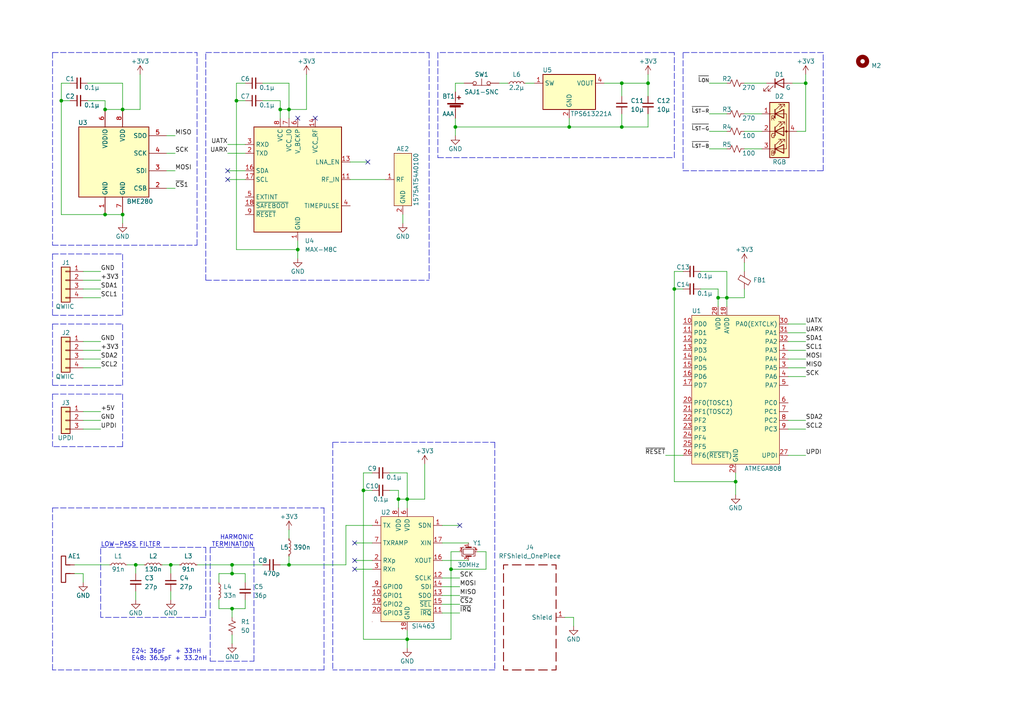
<source format=kicad_sch>
(kicad_sch (version 20211123) (generator eeschema)
  (paper "A4")
  (lib_symbols
    (symbol "+3V3_1" (power) (pin_names (offset 0))
      (property "Value" "+3V3_1" (at 0 3.556 0))
      (symbol "+3V3_1_0_1"
        (polyline (pts (xy -0.762 1.27) (xy 0 2.54)))
        (polyline (pts (xy 0 0) (xy 0 2.54)))
        (polyline (pts (xy 0 2.54) (xy 0.762 1.27)))
      )
      (symbol "+3V3_1_1_1"
        (pin power_in line (at 0 0 90) (length 0) hide (name "+3V3") (number "1"))
      )
    )
    (symbol "+3V3_2" (power) (pin_names (offset 0))
      (property "Value" "+3V3_2" (at 0 3.556 0))
      (symbol "+3V3_2_0_1"
        (polyline (pts (xy -0.762 1.27) (xy 0 2.54)))
        (polyline (pts (xy 0 0) (xy 0 2.54)))
        (polyline (pts (xy 0 2.54) (xy 0.762 1.27)))
      )
      (symbol "+3V3_2_1_1"
        (pin power_in line (at 0 0 90) (length 0) hide (name "+3V3") (number "1"))
      )
    )
    (symbol "+3V3_3" (power) (pin_names (offset 0))
      (property "Value" "+3V3_3" (at 0 3.556 0))
      (symbol "+3V3_3_0_1"
        (polyline (pts (xy -0.762 1.27) (xy 0 2.54)))
        (polyline (pts (xy 0 0) (xy 0 2.54)))
        (polyline (pts (xy 0 2.54) (xy 0.762 1.27)))
      )
      (symbol "+3V3_3_1_1"
        (pin power_in line (at 0 0 90) (length 0) hide (name "+3V3") (number "1"))
      )
    )
    (symbol "1575AT54:1575AT54A0100"
      (property "Reference" "AE1" (at 0 8.89 0))
      (property "Value" "1575AT54A0100" (at -3.81 0 90))
      (symbol "1575AT54A0100_0_1"
        (rectangle (start -2.54 7.62) (end 2.54 -7.62) (fill (type background)))
      )
      (symbol "1575AT54A0100_1_1"
        (pin output line (at -5.08 0 0) (length 2.54) (name "RF") (number "1"))
        (pin power_in line (at 0 -10.16 90) (length 2.54) (name "GND") (number "2"))
        (pin power_in line (at 0 -10.16 90) (length 2.54) hide (name "GND") (number "4"))
      )
    )
    (symbol "ATmega808:ATMEGA808"
      (property "Reference" "U" (at -11.43 26.67 0))
      (property "Value" "ATMEGA808" (at 7.62 -19.05 0))
      (symbol "ATMEGA808_0_1"
        (rectangle (start -12.7 25.4) (end 12.7 -17.78) (fill (type background)))
      )
      (symbol "ATMEGA808_1_1"
        (pin bidirectional line (at 15.24 15.24 180) (length 2.54) (name "PA3") (number "1"))
        (pin bidirectional line (at -15.24 22.86 0) (length 2.54) (name "PD0") (number "10"))
        (pin bidirectional line (at -15.24 20.32 0) (length 2.54) (name "PD1") (number "11"))
        (pin bidirectional line (at -15.24 17.78 0) (length 2.54) (name "PD2") (number "12"))
        (pin bidirectional line (at -15.24 15.24 0) (length 2.54) (name "PD3") (number "13"))
        (pin bidirectional line (at -15.24 12.7 0) (length 2.54) (name "PD4") (number "14"))
        (pin bidirectional line (at -15.24 10.16 0) (length 2.54) (name "PD5") (number "15"))
        (pin bidirectional line (at -15.24 7.62 0) (length 2.54) (name "PD6") (number "16"))
        (pin bidirectional line (at -15.24 5.08 0) (length 2.54) (name "PD7") (number "17"))
        (pin power_in line (at -2.54 27.94 270) (length 2.54) (name "AVDD") (number "18"))
        (pin power_in line (at 0 -20.32 90) (length 2.54) hide (name "GND") (number "19"))
        (pin bidirectional line (at 15.24 12.7 180) (length 2.54) (name "PA4") (number "2"))
        (pin bidirectional line (at -15.24 0 0) (length 2.54) (name "PF0(TOSC1)") (number "20"))
        (pin bidirectional line (at -15.24 -2.54 0) (length 2.54) (name "PF1(TOSC2)") (number "21"))
        (pin bidirectional line (at -15.24 -5.08 0) (length 2.54) (name "PF2") (number "22"))
        (pin bidirectional line (at -15.24 -7.62 0) (length 2.54) (name "PF3") (number "23"))
        (pin bidirectional line (at -15.24 -10.16 0) (length 2.54) (name "PF4") (number "24"))
        (pin bidirectional line (at -15.24 -12.7 0) (length 2.54) (name "PF5") (number "25"))
        (pin bidirectional line (at -15.24 -15.24 0) (length 2.54) (name "PF6(~{RESET})") (number "26"))
        (pin bidirectional line (at 15.24 -15.24 180) (length 2.54) (name "UPDI") (number "27"))
        (pin power_in line (at -5.08 27.94 270) (length 2.54) (name "VDD") (number "28"))
        (pin power_in line (at 0 -20.32 90) (length 2.54) (name "GND") (number "29"))
        (pin bidirectional line (at 15.24 10.16 180) (length 2.54) (name "PA5") (number "3"))
        (pin bidirectional line (at 15.24 22.86 180) (length 2.54) (name "PA0(EXTCLK)") (number "30"))
        (pin bidirectional line (at 15.24 20.32 180) (length 2.54) (name "PA1") (number "31"))
        (pin bidirectional line (at 15.24 17.78 180) (length 2.54) (name "PA2") (number "32"))
        (pin bidirectional line (at 15.24 7.62 180) (length 2.54) (name "PA6") (number "4"))
        (pin bidirectional line (at 15.24 5.08 180) (length 2.54) (name "PA7") (number "5"))
        (pin bidirectional line (at 15.24 0 180) (length 2.54) (name "PC0") (number "6"))
        (pin bidirectional line (at 15.24 -2.54 180) (length 2.54) (name "PC1") (number "7"))
        (pin bidirectional line (at 15.24 -5.08 180) (length 2.54) (name "PC2") (number "8"))
        (pin bidirectional line (at 15.24 -7.62 180) (length 2.54) (name "PC3") (number "9"))
      )
    )
    (symbol "Connector_Generic:Conn_01x03" (pin_names (offset 1.016) hide)
      (property "Reference" "J" (at 0 5.08 0))
      (property "Value" "Conn_01x03" (at 0 -5.08 0))
      (symbol "Conn_01x03_1_1"
        (rectangle (start -1.27 -2.413) (end 0 -2.667) (stroke (width 0.1524)))
        (rectangle (start -1.27 0.127) (end 0 -0.127) (stroke (width 0.1524)))
        (rectangle (start -1.27 2.667) (end 0 2.413) (stroke (width 0.1524)))
        (rectangle (start -1.27 3.81) (end 1.27 -3.81) (stroke (width 0.254)) (fill (type background)))
        (pin passive line (at -5.08 2.54 0) (length 3.81) (name "Pin_1") (number "1"))
        (pin passive line (at -5.08 0 0) (length 3.81) (name "Pin_2") (number "2"))
        (pin passive line (at -5.08 -2.54 0) (length 3.81) (name "Pin_3") (number "3"))
      )
    )
    (symbol "Connector_Generic:Conn_01x04" (pin_names (offset 1.016) hide)
      (property "Reference" "J" (at 0 5.08 0))
      (property "Value" "Conn_01x04" (at 0 -7.62 0))
      (symbol "Conn_01x04_1_1"
        (rectangle (start -1.27 -4.953) (end 0 -5.207) (stroke (width 0.1524)))
        (rectangle (start -1.27 -2.413) (end 0 -2.667) (stroke (width 0.1524)))
        (rectangle (start -1.27 0.127) (end 0 -0.127) (stroke (width 0.1524)))
        (rectangle (start -1.27 2.667) (end 0 2.413) (stroke (width 0.1524)))
        (rectangle (start -1.27 3.81) (end 1.27 -6.35) (stroke (width 0.254)) (fill (type background)))
        (pin passive line (at -5.08 2.54 0) (length 3.81) (name "Pin_1") (number "1"))
        (pin passive line (at -5.08 0 0) (length 3.81) (name "Pin_2") (number "2"))
        (pin passive line (at -5.08 -2.54 0) (length 3.81) (name "Pin_3") (number "3"))
        (pin passive line (at -5.08 -5.08 0) (length 3.81) (name "Pin_4") (number "4"))
      )
    )
    (symbol "Device:Antenna_Dipole" (pin_numbers hide) (pin_names (offset 1.016) hide)
      (property "Reference" "AE" (at 1.27 1.27 0))
      (property "Value" "Antenna_Dipole" (at 1.27 0 0))
      (symbol "Antenna_Dipole_0_1"
        (polyline (pts (xy 2.54 -3.81) (xy 2.54 -2.54) (xy 5.08 -2.54) (xy 5.08 -1.27) (xy -2.54 -1.27) (xy -2.54 -2.54) (xy 0 -2.54) (xy 0 -3.81)) (stroke (width 0.254)))
      )
      (symbol "Antenna_Dipole_1_1"
        (pin input line (at 0 -5.08 90) (length 2.54) (name "~") (number "1"))
        (pin input line (at 2.54 -5.08 90) (length 2.54) (name "~") (number "2"))
      )
    )
    (symbol "Device:Battery_Cell" (pin_numbers hide) (pin_names (offset 0) hide)
      (property "Reference" "BT" (at 2.54 2.54 0))
      (property "Value" "Battery_Cell" (at 2.54 0 0))
      (symbol "Battery_Cell_0_1"
        (rectangle (start -2.286 1.778) (end 2.286 1.524) (fill (type outline)))
        (rectangle (start -1.5748 1.1938) (end 1.4732 0.6858) (fill (type outline)))
        (polyline (pts (xy 0 0.762) (xy 0 0)))
        (polyline (pts (xy 0 1.778) (xy 0 2.54)))
        (polyline (pts (xy 0.508 3.429) (xy 1.524 3.429)) (stroke (width 0.254)))
        (polyline (pts (xy 1.016 3.937) (xy 1.016 2.921)) (stroke (width 0.254)))
      )
      (symbol "Battery_Cell_1_1"
        (pin passive line (at 0 5.08 270) (length 2.54) (name "+") (number "1"))
        (pin passive line (at 0 -2.54 90) (length 2.54) (name "-") (number "2"))
      )
    )
    (symbol "Device:C_Small" (pin_numbers hide) (pin_names (offset 0.254) hide)
      (property "Reference" "C" (at 0.254 1.778 0))
      (property "Value" "C_Small" (at 0.254 -2.032 0))
      (symbol "C_Small_0_1"
        (polyline (pts (xy -1.524 -0.508) (xy 1.524 -0.508)) (stroke (width 0.3302)))
        (polyline (pts (xy -1.524 0.508) (xy 1.524 0.508)) (stroke (width 0.3048)))
      )
      (symbol "C_Small_1_1"
        (pin passive line (at 0 2.54 270) (length 2.032) (name "~") (number "1"))
        (pin passive line (at 0 -2.54 90) (length 2.032) (name "~") (number "2"))
      )
    )
    (symbol "Device:Crystal_GND24_Small" (pin_names (offset 1.016) hide)
      (property "Reference" "Y" (at 1.27 4.445 0))
      (property "Value" "Crystal_GND24_Small" (at 1.27 2.54 0))
      (symbol "Crystal_GND24_Small_0_1"
        (rectangle (start -0.762 -1.524) (end 0.762 1.524))
        (polyline (pts (xy -1.27 -0.762) (xy -1.27 0.762)) (stroke (width 0.381)))
        (polyline (pts (xy 1.27 -0.762) (xy 1.27 0.762)) (stroke (width 0.381)))
        (polyline (pts (xy -1.27 -1.27) (xy -1.27 -1.905) (xy 1.27 -1.905) (xy 1.27 -1.27)))
        (polyline (pts (xy -1.27 1.27) (xy -1.27 1.905) (xy 1.27 1.905) (xy 1.27 1.27)))
      )
      (symbol "Crystal_GND24_Small_1_1"
        (pin passive line (at -2.54 0 0) (length 1.27) (name "1") (number "1"))
        (pin passive line (at 0 -2.54 90) (length 0.635) (name "2") (number "2"))
        (pin passive line (at 2.54 0 180) (length 1.27) (name "3") (number "3"))
        (pin passive line (at 0 2.54 270) (length 0.635) (name "4") (number "4"))
      )
    )
    (symbol "Device:FerriteBead_Small" (pin_numbers hide) (pin_names (offset 0))
      (property "Reference" "FB" (at 1.905 1.27 0))
      (property "Value" "FerriteBead_Small" (at 1.905 -1.27 0))
      (symbol "FerriteBead_Small_0_1"
        (polyline (pts (xy 0 -1.27) (xy 0 -0.7874)))
        (polyline (pts (xy 0 0.889) (xy 0 1.2954)))
        (polyline (pts (xy -1.8288 0.2794) (xy -1.1176 1.4986) (xy 1.8288 -0.2032) (xy 1.1176 -1.4224) (xy -1.8288 0.2794)))
      )
      (symbol "FerriteBead_Small_1_1"
        (pin passive line (at 0 2.54 270) (length 1.27) (name "~") (number "1"))
        (pin passive line (at 0 -2.54 90) (length 1.27) (name "~") (number "2"))
      )
    )
    (symbol "Device:LED" (pin_numbers hide) (pin_names (offset 1.016) hide)
      (property "Reference" "D" (at 0 2.54 0))
      (property "Value" "LED" (at 0 -2.54 0))
      (symbol "LED_0_1"
        (polyline (pts (xy -1.27 -1.27) (xy -1.27 1.27)) (stroke (width 0.254)))
        (polyline (pts (xy -1.27 0) (xy 1.27 0)))
        (polyline (pts (xy 1.27 -1.27) (xy 1.27 1.27) (xy -1.27 0) (xy 1.27 -1.27)) (stroke (width 0.254)))
        (polyline (pts (xy -3.048 -0.762) (xy -4.572 -2.286) (xy -3.81 -2.286) (xy -4.572 -2.286) (xy -4.572 -1.524)))
        (polyline (pts (xy -1.778 -0.762) (xy -3.302 -2.286) (xy -2.54 -2.286) (xy -3.302 -2.286) (xy -3.302 -1.524)))
      )
      (symbol "LED_1_1"
        (pin passive line (at -3.81 0 0) (length 2.54) (name "K") (number "1"))
        (pin passive line (at 3.81 0 180) (length 2.54) (name "A") (number "2"))
      )
    )
    (symbol "Device:LED_RGBA" (pin_names (offset 0) hide)
      (property "Reference" "D" (at 0 9.398 0))
      (property "Value" "LED_RGBA" (at 0 -8.89 0))
      (symbol "LED_RGBA_0_0"
        (text "B" (at -1.905 -6.35 0) (effects (font (size 1.27 1.27))))
        (text "G" (at -1.905 -1.27 0) (effects (font (size 1.27 1.27))))
        (text "R" (at -1.905 3.81 0) (effects (font (size 1.27 1.27))))
      )
      (symbol "LED_RGBA_0_1"
        (polyline (pts (xy -1.27 -5.08) (xy -2.54 -5.08)))
        (polyline (pts (xy -1.27 -5.08) (xy 1.27 -5.08)))
        (polyline (pts (xy -1.27 -3.81) (xy -1.27 -6.35)) (stroke (width 0.254)))
        (polyline (pts (xy -1.27 0) (xy -2.54 0)))
        (polyline (pts (xy -1.27 1.27) (xy -1.27 -1.27)) (stroke (width 0.254)))
        (polyline (pts (xy -1.27 5.08) (xy -2.54 5.08)))
        (polyline (pts (xy -1.27 5.08) (xy 1.27 5.08)))
        (polyline (pts (xy -1.27 6.35) (xy -1.27 3.81)) (stroke (width 0.254)))
        (polyline (pts (xy 1.27 0) (xy -1.27 0)))
        (polyline (pts (xy 1.27 0) (xy 2.54 0)))
        (polyline (pts (xy -1.27 1.27) (xy -1.27 -1.27) (xy -1.27 -1.27)))
        (polyline (pts (xy -1.27 6.35) (xy -1.27 3.81) (xy -1.27 3.81)))
        (polyline (pts (xy 1.27 -5.08) (xy 2.032 -5.08) (xy 2.032 5.08) (xy 1.27 5.08)))
        (polyline (pts (xy 1.27 -3.81) (xy 1.27 -6.35) (xy -1.27 -5.08) (xy 1.27 -3.81)) (stroke (width 0.254)))
        (polyline (pts (xy 1.27 1.27) (xy 1.27 -1.27) (xy -1.27 0) (xy 1.27 1.27)) (stroke (width 0.254)))
        (polyline (pts (xy 1.27 6.35) (xy 1.27 3.81) (xy -1.27 5.08) (xy 1.27 6.35)) (stroke (width 0.254)))
        (polyline (pts (xy -1.016 -3.81) (xy 0.508 -2.286) (xy -0.254 -2.286) (xy 0.508 -2.286) (xy 0.508 -3.048)))
        (polyline (pts (xy -1.016 1.27) (xy 0.508 2.794) (xy -0.254 2.794) (xy 0.508 2.794) (xy 0.508 2.032)))
        (polyline (pts (xy -1.016 6.35) (xy 0.508 7.874) (xy -0.254 7.874) (xy 0.508 7.874) (xy 0.508 7.112)))
        (polyline (pts (xy 0 -3.81) (xy 1.524 -2.286) (xy 0.762 -2.286) (xy 1.524 -2.286) (xy 1.524 -3.048)))
        (polyline (pts (xy 0 1.27) (xy 1.524 2.794) (xy 0.762 2.794) (xy 1.524 2.794) (xy 1.524 2.032)))
        (polyline (pts (xy 0 6.35) (xy 1.524 7.874) (xy 0.762 7.874) (xy 1.524 7.874) (xy 1.524 7.112)))
        (rectangle (start 1.27 -1.27) (end 1.27 1.27))
        (rectangle (start 1.27 1.27) (end 1.27 1.27))
        (rectangle (start 1.27 3.81) (end 1.27 6.35))
        (rectangle (start 1.27 6.35) (end 1.27 6.35))
        (circle (center 2.032 0) (radius 0.254) (fill (type outline)))
        (rectangle (start 2.794 8.382) (end -2.794 -7.62) (stroke (width 0.254)) (fill (type background)))
      )
      (symbol "LED_RGBA_1_1"
        (pin passive line (at -5.08 5.08 0) (length 2.54) (name "RK") (number "1"))
        (pin passive line (at -5.08 0 0) (length 2.54) (name "GK") (number "2"))
        (pin passive line (at -5.08 -5.08 0) (length 2.54) (name "BK") (number "3"))
        (pin passive line (at 5.08 0 180) (length 2.54) (name "A") (number "4"))
      )
    )
    (symbol "Device:L_Small" (pin_numbers hide) (pin_names (offset 0.254) hide)
      (property "Reference" "L" (at 0.762 1.016 0))
      (property "Value" "L_Small" (at 0.762 -1.016 0))
      (symbol "L_Small_0_1"
        (arc (start 0 -2.032) (mid 0.508 -1.524) (end 0 -1.016))
        (arc (start 0 -1.016) (mid 0.508 -0.508) (end 0 0))
        (arc (start 0 0) (mid 0.508 0.508) (end 0 1.016))
        (arc (start 0 1.016) (mid 0.508 1.524) (end 0 2.032))
      )
      (symbol "L_Small_1_1"
        (pin passive line (at 0 2.54 270) (length 0.508) (name "~") (number "1"))
        (pin passive line (at 0 -2.54 90) (length 0.508) (name "~") (number "2"))
      )
    )
    (symbol "Device:RFShield_OnePiece" (pin_names (offset 1.016))
      (property "Reference" "J" (at 0 5.08 0))
      (property "Value" "RFShield_OnePiece" (at 0 2.54 0))
      (symbol "RFShield_OnePiece_0_1"
        (polyline (pts (xy -15.24 -5.08) (xy -15.24 -2.54)) (stroke (width 0.254)))
        (polyline (pts (xy -15.24 -1.27) (xy -15.24 1.27)) (stroke (width 0.254)))
        (polyline (pts (xy -15.24 2.54) (xy -15.24 5.08)) (stroke (width 0.254)))
        (polyline (pts (xy -12.7 7.62) (xy -10.16 7.62)) (stroke (width 0.254)))
        (polyline (pts (xy -10.16 -7.62) (xy -12.7 -7.62)) (stroke (width 0.254)))
        (polyline (pts (xy -6.35 -7.62) (xy -8.89 -7.62)) (stroke (width 0.254)))
        (polyline (pts (xy -6.35 7.62) (xy -8.89 7.62)) (stroke (width 0.254)))
        (polyline (pts (xy -2.54 -7.62) (xy -5.08 -7.62)) (stroke (width 0.254)))
        (polyline (pts (xy -2.54 7.62) (xy -5.08 7.62)) (stroke (width 0.254)))
        (polyline (pts (xy -1.27 -7.62) (xy 1.27 -7.62)) (stroke (width 0.254)))
        (polyline (pts (xy 1.27 7.62) (xy -1.27 7.62)) (stroke (width 0.254)))
        (polyline (pts (xy 2.54 -7.62) (xy 5.08 -7.62)) (stroke (width 0.254)))
        (polyline (pts (xy 5.08 7.62) (xy 2.54 7.62)) (stroke (width 0.254)))
        (polyline (pts (xy 6.35 -7.62) (xy 8.89 -7.62)) (stroke (width 0.254)))
        (polyline (pts (xy 8.89 7.62) (xy 6.35 7.62)) (stroke (width 0.254)))
        (polyline (pts (xy 10.16 -7.62) (xy 12.7 -7.62)) (stroke (width 0.254)))
        (polyline (pts (xy 12.7 7.62) (xy 10.16 7.62)) (stroke (width 0.254)))
        (polyline (pts (xy 15.24 -5.08) (xy 15.24 -2.54)) (stroke (width 0.254)))
        (polyline (pts (xy 15.24 -1.27) (xy 15.24 1.27)) (stroke (width 0.254)))
        (polyline (pts (xy 15.24 2.54) (xy 15.24 5.08)) (stroke (width 0.254)))
        (polyline (pts (xy -15.24 6.35) (xy -15.24 7.62) (xy -13.97 7.62)) (stroke (width 0.254)))
        (polyline (pts (xy -13.97 -7.62) (xy -15.24 -7.62) (xy -15.24 -6.35)) (stroke (width 0.254)))
        (polyline (pts (xy 13.97 -7.62) (xy 15.24 -7.62) (xy 15.24 -6.35)) (stroke (width 0.254)))
        (polyline (pts (xy 15.24 6.35) (xy 15.24 7.62) (xy 13.97 7.62)) (stroke (width 0.254)))
      )
      (symbol "RFShield_OnePiece_1_1"
        (pin passive line (at 0 -10.16 90) (length 2.54) (name "Shield") (number "1"))
      )
    )
    (symbol "Device:R_Small_US" (pin_numbers hide) (pin_names (offset 0.254) hide)
      (property "Reference" "R" (at 0.762 0.508 0))
      (property "Value" "R_Small_US" (at 0.762 -1.016 0))
      (symbol "R_Small_US_1_1"
        (polyline (pts (xy 0 0) (xy 1.016 -0.381) (xy 0 -0.762) (xy -1.016 -1.143) (xy 0 -1.524)))
        (polyline (pts (xy 0 1.524) (xy 1.016 1.143) (xy 0 0.762) (xy -1.016 0.381) (xy 0 0)))
        (pin passive line (at 0 2.54 270) (length 1.016) (name "~") (number "1"))
        (pin passive line (at 0 -2.54 90) (length 1.016) (name "~") (number "2"))
      )
    )
    (symbol "GND_1" (power) (pin_names (offset 0))
      (property "Value" "GND_1" (at 0 -3.81 0))
      (symbol "GND_1_0_1"
        (polyline (pts (xy 0 0) (xy 0 -1.27) (xy 1.27 -1.27) (xy 0 -2.54) (xy -1.27 -1.27) (xy 0 -1.27)))
      )
      (symbol "GND_1_1_1"
        (pin power_in line (at 0 0 270) (length 0) hide (name "GND") (number "1"))
      )
    )
    (symbol "Mechanical:MountingHole" (pin_names (offset 1.016))
      (property "Reference" "H" (at 0 5.08 0))
      (property "Value" "MountingHole" (at 0 3.175 0))
      (symbol "MountingHole_0_1"
        (circle (center 0 0) (radius 1.27) (stroke (width 1.27)))
      )
    )
    (symbol "RF:Si4463"
      (property "Reference" "U" (at -6.35 16.51 0))
      (property "Value" "Si4463" (at 6.35 16.51 0))
      (symbol "Si4463_0_1"
        (rectangle (start -7.62 15.24) (end 7.62 -15.24) (fill (type background)))
        (rectangle (start 10.16 -15.24) (end 10.16 -15.24))
      )
      (symbol "Si4463_1_1"
        (pin input line (at -10.16 12.7 0) (length 2.54) (name "SDN") (number "1"))
        (pin bidirectional line (at 10.16 -7.62 180) (length 2.54) (name "GPIO1") (number "10"))
        (pin open_collector line (at -10.16 -12.7 0) (length 2.54) (name "~{IRQ}") (number "11"))
        (pin input line (at -10.16 -2.54 0) (length 2.54) (name "SCLK") (number "12"))
        (pin output line (at -10.16 -7.62 0) (length 2.54) (name "SDO") (number "13"))
        (pin input line (at -10.16 -5.08 0) (length 2.54) (name "SDI") (number "14"))
        (pin input line (at -10.16 -10.16 0) (length 2.54) (name "~{SEL}") (number "15"))
        (pin passive line (at -10.16 2.54 0) (length 2.54) (name "XOUT") (number "16"))
        (pin input line (at -10.16 7.62 0) (length 2.54) (name "XIN") (number "17"))
        (pin power_in line (at 0 -17.78 90) (length 2.54) (name "GND") (number "18"))
        (pin bidirectional line (at 10.16 -10.16 180) (length 2.54) (name "GPIO2") (number "19"))
        (pin input line (at 10.16 2.54 180) (length 2.54) (name "RXp") (number "2"))
        (pin bidirectional line (at 10.16 -12.7 180) (length 2.54) (name "GPIO3") (number "20"))
        (pin power_in line (at 0 -17.78 90) (length 2.54) hide (name "GND") (number "21"))
        (pin input line (at 10.16 0 180) (length 2.54) (name "RXn") (number "3"))
        (pin output line (at 10.16 12.7 180) (length 2.54) (name "TX") (number "4"))
        (pin no_connect line (at 7.62 -15.24 180) (length 2.54) hide (name "NC") (number "5"))
        (pin power_in line (at 0 17.78 270) (length 2.54) (name "VDD") (number "6"))
        (pin output line (at 10.16 7.62 180) (length 2.54) (name "TXRAMP") (number "7"))
        (pin power_in line (at 2.54 17.78 270) (length 2.54) (name "VDD") (number "8"))
        (pin bidirectional line (at 10.16 -5.08 180) (length 2.54) (name "GPIO0") (number "9"))
      )
    )
    (symbol "RF_GPS:MAX-M8C"
      (property "Reference" "U" (at -10.16 16.51 0))
      (property "Value" "MAX-M8C" (at 11.43 16.51 0))
      (symbol "MAX-M8C_0_1"
        (rectangle (start 12.7 15.24) (end -12.7 -15.24) (stroke (width 0.254)) (fill (type background)))
      )
      (symbol "MAX-M8C_1_1"
        (pin power_in line (at 0 -17.78 90) (length 2.54) (name "GND") (number "1"))
        (pin passive line (at 0 -17.78 90) (length 2.54) hide (name "GND") (number "10"))
        (pin input line (at 15.24 0 180) (length 2.54) (name "RF_IN") (number "11"))
        (pin passive line (at 0 -17.78 90) (length 2.54) hide (name "GND") (number "12"))
        (pin output line (at 15.24 5.08 180) (length 2.54) (name "LNA_EN") (number "13"))
        (pin power_out line (at 5.08 17.78 270) (length 2.54) (name "VCC_RF") (number "14"))
        (pin no_connect line (at 12.7 -5.08 180) (length 2.54) hide (name "Reserved") (number "15"))
        (pin bidirectional line (at -15.24 2.54 0) (length 2.54) (name "SDA") (number "16"))
        (pin input line (at -15.24 0 0) (length 2.54) (name "SCL") (number "17"))
        (pin input line (at -15.24 -7.62 0) (length 2.54) (name "~{SAFEBOOT}") (number "18"))
        (pin output line (at -15.24 7.62 0) (length 2.54) (name "TXD") (number "2"))
        (pin input line (at -15.24 10.16 0) (length 2.54) (name "RXD") (number "3"))
        (pin output line (at 15.24 -7.62 180) (length 2.54) (name "TIMEPULSE") (number "4"))
        (pin input line (at -15.24 -5.08 0) (length 2.54) (name "EXTINT") (number "5"))
        (pin power_in line (at 0 17.78 270) (length 2.54) (name "V_BCKP") (number "6"))
        (pin power_in line (at -2.54 17.78 270) (length 2.54) (name "VCC_IO") (number "7"))
        (pin power_in line (at -5.08 17.78 270) (length 2.54) (name "VCC") (number "8"))
        (pin input line (at -15.24 -10.16 0) (length 2.54) (name "~{RESET}") (number "9"))
      )
    )
    (symbol "Regulator_Switching:TPS613221ADBV"
      (property "Reference" "U" (at -7.62 6.35 0))
      (property "Value" "TPS613221ADBV" (at 2.54 6.35 0))
      (symbol "TPS613221ADBV_0_1"
        (rectangle (start -7.62 5.08) (end 7.62 -5.08) (stroke (width 0.254)) (fill (type background)))
      )
      (symbol "TPS613221ADBV_1_1"
        (pin power_in line (at -10.16 2.54 0) (length 2.54) (name "SW") (number "1"))
        (pin power_in line (at 0 -7.62 90) (length 2.54) (name "GND") (number "2"))
        (pin no_connect line (at -7.62 -2.54 0) (length 2.54) hide (name "NC") (number "3"))
        (pin power_out line (at 10.16 2.54 180) (length 2.54) (name "VOUT") (number "4"))
        (pin no_connect line (at 7.62 -2.54 180) (length 2.54) hide (name "NC") (number "5"))
      )
    )
    (symbol "Sensor:BME280"
      (property "Reference" "U" (at -8.89 11.43 0))
      (property "Value" "BME280" (at 7.62 11.43 0))
      (symbol "BME280_0_1"
        (rectangle (start -10.16 10.16) (end 10.16 -10.16) (stroke (width 0.254)) (fill (type background)))
      )
      (symbol "BME280_1_1"
        (pin power_in line (at -2.54 -15.24 90) (length 5.08) (name "GND") (number "1"))
        (pin input line (at 15.24 -7.62 180) (length 5.08) (name "CSB") (number "2"))
        (pin bidirectional line (at 15.24 -2.54 180) (length 5.08) (name "SDI") (number "3"))
        (pin input line (at 15.24 2.54 180) (length 5.08) (name "SCK") (number "4"))
        (pin bidirectional line (at 15.24 7.62 180) (length 5.08) (name "SDO") (number "5"))
        (pin power_in line (at -2.54 15.24 270) (length 5.08) (name "VDDIO") (number "6"))
        (pin power_in line (at 2.54 -15.24 90) (length 5.08) (name "GND") (number "7"))
        (pin power_in line (at 2.54 15.24 270) (length 5.08) (name "VDD") (number "8"))
      )
    )
    (symbol "Switch:SW_Push_Open" (pin_numbers hide) (pin_names (offset 1.016) hide)
      (property "Reference" "SW" (at 0 2.54 0))
      (property "Value" "SW_Push_Open" (at 0 -1.905 0))
      (symbol "SW_Push_Open_0_1"
        (circle (center -2.032 0) (radius 0.508))
        (polyline (pts (xy -2.54 -0.635) (xy 2.54 -0.635)))
        (polyline (pts (xy 0 -0.635) (xy 0 1.27)))
        (circle (center 2.032 0) (radius 0.508))
        (pin passive line (at -5.08 0 0) (length 2.54) (name "A") (number "1"))
      )
      (symbol "SW_Push_Open_1_1"
        (pin passive line (at 5.08 0 180) (length 2.54) (name "B") (number "2"))
      )
    )
    (symbol "power:+3V3" (power) (pin_names (offset 0))
      (property "Value" "+3V3" (at 0 3.556 0))
      (symbol "+3V3_0_1"
        (polyline (pts (xy -0.762 1.27) (xy 0 2.54)))
        (polyline (pts (xy 0 0) (xy 0 2.54)))
        (polyline (pts (xy 0 2.54) (xy 0.762 1.27)))
      )
      (symbol "+3V3_1_1"
        (pin power_in line (at 0 0 90) (length 0) hide (name "+3V3") (number "1"))
      )
    )
    (symbol "power:GND" (power) (pin_names (offset 0))
      (property "Value" "GND" (at 0 -3.81 0))
      (symbol "GND_0_1"
        (polyline (pts (xy 0 0) (xy 0 -1.27) (xy 1.27 -1.27) (xy 0 -2.54) (xy -1.27 -1.27) (xy 0 -1.27)))
      )
      (symbol "GND_1_1"
        (pin power_in line (at 0 0 270) (length 0) hide (name "GND") (number "1"))
      )
    )
  )
  (junction (at 180.34 24.13))
  (junction (at 67.31 166.37))
  (junction (at 132.08 36.83))
  (junction (at 105.41 142.24))
  (junction (at 49.53 163.83))
  (junction (at 115.57 144.78))
  (junction (at 68.58 29.21))
  (junction (at 30.48 31.75))
  (junction (at 67.31 163.83))
  (junction (at 86.36 72.39))
  (junction (at 195.58 83.82))
  (junction (at 187.96 24.13))
  (junction (at 180.34 36.83))
  (junction (at 30.48 62.23))
  (junction (at 39.37 163.83))
  (junction (at 233.68 24.13))
  (junction (at 83.82 31.75))
  (junction (at 118.11 144.78))
  (junction (at 81.28 31.75))
  (junction (at 165.1 36.83))
  (junction (at 210.82 86.36))
  (junction (at 17.78 29.21))
  (junction (at 213.36 139.7))
  (junction (at 35.56 62.23))
  (junction (at 208.28 86.36))
  (junction (at 67.31 176.53))
  (junction (at 118.11 185.42))
  (junction (at 130.81 165.1))
  (junction (at 83.82 163.83))
  (junction (at 35.56 31.75))
  (no_connect (at 86.36 34.29))
  (no_connect (at 106.68 46.99))
  (no_connect (at 102.87 157.48))
  (no_connect (at 66.04 49.53))
  (no_connect (at 66.04 52.07))
  (no_connect (at 102.87 165.1))
  (no_connect (at 102.87 162.56))
  (no_connect (at 91.44 34.29))
  (no_connect (at 133.35 152.4))
  (wire (pts (xy 81.28 29.21) (xy 76.2 29.21)))
  (wire (pts (xy 66.04 41.91) (xy 71.12 41.91)))
  (wire (pts (xy 24.13 124.46) (xy 29.21 124.46)))
  (polyline (pts (xy 15.24 194.31) (xy 15.24 147.32)))
  (wire (pts (xy 118.11 185.42) (xy 118.11 187.96)))
  (wire (pts (xy 208.28 86.36) (xy 208.28 83.82)))
  (wire (pts (xy 228.6 132.08) (xy 233.68 132.08)))
  (wire (pts (xy 17.78 62.23) (xy 30.48 62.23)))
  (wire (pts (xy 49.53 163.83) (xy 52.07 163.83)))
  (wire (pts (xy 115.57 142.24) (xy 113.03 142.24)))
  (polyline (pts (xy 143.51 128.27) (xy 143.51 194.31)))
  (wire (pts (xy 67.31 163.83) (xy 76.2 163.83)))
  (wire (pts (xy 83.82 163.83) (xy 83.82 161.29)))
  (wire (pts (xy 39.37 163.83) (xy 39.37 166.37)))
  (wire (pts (xy 210.82 78.74) (xy 203.2 78.74)))
  (wire (pts (xy 35.56 31.75) (xy 40.64 31.75)))
  (polyline (pts (xy 15.24 93.98) (xy 35.56 93.98)))
  (polyline (pts (xy 127 45.72) (xy 195.58 45.72)))
  (polyline (pts (xy 73.66 191.77) (xy 73.66 158.75)))
  (wire (pts (xy 105.41 185.42) (xy 118.11 185.42)))
  (wire (pts (xy 24.13 119.38) (xy 29.21 119.38)))
  (wire (pts (xy 102.87 165.1) (xy 107.95 165.1)))
  (wire (pts (xy 24.13 83.82) (xy 29.21 83.82)))
  (polyline (pts (xy 59.69 15.24) (xy 124.46 15.24)))
  (wire (pts (xy 71.12 176.53) (xy 67.31 176.53)))
  (wire (pts (xy 102.87 157.48) (xy 107.95 157.48)))
  (wire (pts (xy 115.57 142.24) (xy 115.57 144.78)))
  (polyline (pts (xy 15.24 111.76) (xy 35.56 111.76)))
  (polyline (pts (xy 60.96 191.77) (xy 73.66 191.77)))
  (wire (pts (xy 100.33 152.4) (xy 100.33 163.83)))
  (wire (pts (xy 228.6 96.52) (xy 233.68 96.52)))
  (wire (pts (xy 165.1 34.29) (xy 165.1 36.83)))
  (polyline (pts (xy 59.69 81.28) (xy 59.69 15.24)))
  (wire (pts (xy 20.32 24.13) (xy 17.78 24.13)))
  (polyline (pts (xy 93.98 147.32) (xy 93.98 194.31)))
  (wire (pts (xy 132.08 36.83) (xy 132.08 39.37)))
  (wire (pts (xy 29.21 81.28) (xy 24.13 81.28)))
  (wire (pts (xy 165.1 36.83) (xy 180.34 36.83)))
  (wire (pts (xy 71.12 173.99) (xy 71.12 176.53)))
  (wire (pts (xy 66.04 44.45) (xy 71.12 44.45)))
  (wire (pts (xy 193.04 132.08) (xy 198.12 132.08)))
  (wire (pts (xy 24.13 166.37) (xy 24.13 168.91)))
  (wire (pts (xy 86.36 72.39) (xy 86.36 74.93)))
  (wire (pts (xy 67.31 184.15) (xy 67.31 186.69)))
  (wire (pts (xy 187.96 27.94) (xy 187.96 24.13)))
  (wire (pts (xy 63.5 166.37) (xy 67.31 166.37)))
  (polyline (pts (xy 15.24 147.32) (xy 93.98 147.32)))
  (wire (pts (xy 17.78 29.21) (xy 17.78 62.23)))
  (wire (pts (xy 81.28 31.75) (xy 81.28 29.21)))
  (wire (pts (xy 152.4 24.13) (xy 154.94 24.13)))
  (wire (pts (xy 187.96 24.13) (xy 180.34 24.13)))
  (wire (pts (xy 35.56 62.23) (xy 35.56 64.77)))
  (polyline (pts (xy 96.52 128.27) (xy 143.51 128.27)))
  (polyline (pts (xy 15.24 15.24) (xy 57.15 15.24)))
  (wire (pts (xy 76.2 24.13) (xy 83.82 24.13)))
  (wire (pts (xy 195.58 83.82) (xy 198.12 83.82)))
  (wire (pts (xy 35.56 62.23) (xy 30.48 62.23)))
  (wire (pts (xy 68.58 72.39) (xy 68.58 29.21)))
  (wire (pts (xy 48.26 54.61) (xy 50.8 54.61)))
  (wire (pts (xy 35.56 31.75) (xy 35.56 24.13)))
  (wire (pts (xy 180.34 24.13) (xy 180.34 27.94)))
  (wire (pts (xy 83.82 31.75) (xy 88.9 31.75)))
  (wire (pts (xy 66.04 49.53) (xy 71.12 49.53)))
  (wire (pts (xy 115.57 144.78) (xy 115.57 147.32)))
  (wire (pts (xy 132.08 24.13) (xy 134.62 24.13)))
  (wire (pts (xy 128.27 157.48) (xy 135.89 157.48)))
  (wire (pts (xy 228.6 99.06) (xy 233.68 99.06)))
  (wire (pts (xy 107.95 137.16) (xy 105.41 137.16)))
  (polyline (pts (xy 15.24 73.66) (xy 15.24 91.44)))
  (wire (pts (xy 49.53 163.83) (xy 49.53 166.37)))
  (wire (pts (xy 48.26 39.37) (xy 50.8 39.37)))
  (wire (pts (xy 24.13 121.92) (xy 29.21 121.92)))
  (wire (pts (xy 102.87 162.56) (xy 107.95 162.56)))
  (wire (pts (xy 46.99 163.83) (xy 49.53 163.83)))
  (wire (pts (xy 116.84 64.77) (xy 116.84 62.23)))
  (wire (pts (xy 83.82 153.67) (xy 83.82 156.21)))
  (wire (pts (xy 215.9 24.13) (xy 222.25 24.13)))
  (wire (pts (xy 138.43 160.02) (xy 140.97 160.02)))
  (polyline (pts (xy 238.76 49.53) (xy 238.76 15.24)))
  (wire (pts (xy 66.04 52.07) (xy 71.12 52.07)))
  (wire (pts (xy 21.59 166.37) (xy 24.13 166.37)))
  (polyline (pts (xy 60.96 158.75) (xy 60.96 191.77)))
  (wire (pts (xy 83.82 24.13) (xy 83.82 31.75)))
  (wire (pts (xy 144.78 24.13) (xy 147.32 24.13)))
  (wire (pts (xy 123.19 134.62) (xy 123.19 144.78)))
  (polyline (pts (xy 35.56 129.54) (xy 15.24 129.54)))
  (wire (pts (xy 105.41 142.24) (xy 105.41 185.42)))
  (wire (pts (xy 215.9 83.82) (xy 215.9 86.36)))
  (polyline (pts (xy 198.12 49.53) (xy 238.76 49.53)))
  (wire (pts (xy 228.6 124.46) (xy 233.68 124.46)))
  (wire (pts (xy 205.74 43.18) (xy 210.82 43.18)))
  (polyline (pts (xy 59.69 81.28) (xy 124.46 81.28)))
  (wire (pts (xy 20.32 29.21) (xy 17.78 29.21)))
  (wire (pts (xy 68.58 24.13) (xy 68.58 29.21)))
  (wire (pts (xy 30.48 31.75) (xy 30.48 29.21)))
  (wire (pts (xy 210.82 86.36) (xy 215.9 86.36)))
  (wire (pts (xy 213.36 139.7) (xy 213.36 143.51)))
  (wire (pts (xy 57.15 163.83) (xy 67.31 163.83)))
  (wire (pts (xy 63.5 173.99) (xy 63.5 176.53)))
  (wire (pts (xy 132.08 26.67) (xy 132.08 24.13)))
  (wire (pts (xy 128.27 162.56) (xy 135.89 162.56)))
  (wire (pts (xy 195.58 78.74) (xy 195.58 83.82)))
  (polyline (pts (xy 198.12 15.24) (xy 198.12 49.53)))
  (wire (pts (xy 118.11 144.78) (xy 118.11 137.16)))
  (wire (pts (xy 128.27 167.64) (xy 133.35 167.64)))
  (wire (pts (xy 40.64 21.59) (xy 40.64 31.75)))
  (wire (pts (xy 30.48 29.21) (xy 25.4 29.21)))
  (wire (pts (xy 24.13 104.14) (xy 29.21 104.14)))
  (polyline (pts (xy 195.58 15.24) (xy 127 15.24)))
  (wire (pts (xy 208.28 88.9) (xy 208.28 86.36)))
  (wire (pts (xy 233.68 21.59) (xy 233.68 24.13)))
  (wire (pts (xy 36.83 163.83) (xy 39.37 163.83)))
  (wire (pts (xy 83.82 31.75) (xy 83.82 34.29)))
  (polyline (pts (xy 29.21 158.75) (xy 59.69 158.75)))
  (polyline (pts (xy 15.24 91.44) (xy 35.56 91.44)))
  (wire (pts (xy 231.14 38.1) (xy 233.68 38.1)))
  (wire (pts (xy 210.82 78.74) (xy 210.82 86.36)))
  (wire (pts (xy 180.34 33.02) (xy 180.34 36.83)))
  (wire (pts (xy 195.58 83.82) (xy 195.58 139.7)))
  (polyline (pts (xy 124.46 15.24) (xy 124.46 81.28)))
  (wire (pts (xy 128.27 152.4) (xy 133.35 152.4)))
  (wire (pts (xy 71.12 24.13) (xy 68.58 24.13)))
  (wire (pts (xy 105.41 137.16) (xy 105.41 142.24)))
  (wire (pts (xy 132.08 36.83) (xy 165.1 36.83)))
  (wire (pts (xy 101.6 52.07) (xy 111.76 52.07)))
  (wire (pts (xy 140.97 165.1) (xy 130.81 165.1)))
  (wire (pts (xy 67.31 176.53) (xy 63.5 176.53)))
  (wire (pts (xy 48.26 49.53) (xy 50.8 49.53)))
  (polyline (pts (xy 57.15 71.12) (xy 57.15 15.24)))
  (wire (pts (xy 215.9 43.18) (xy 220.98 43.18)))
  (wire (pts (xy 187.96 33.02) (xy 187.96 36.83)))
  (wire (pts (xy 128.27 177.8) (xy 133.35 177.8)))
  (polyline (pts (xy 29.21 179.07) (xy 29.21 158.75)))
  (wire (pts (xy 228.6 121.92) (xy 233.68 121.92)))
  (wire (pts (xy 118.11 137.16) (xy 113.03 137.16)))
  (polyline (pts (xy 59.69 158.75) (xy 59.69 179.07)))
  (wire (pts (xy 67.31 163.83) (xy 67.31 166.37)))
  (wire (pts (xy 118.11 185.42) (xy 118.11 182.88)))
  (wire (pts (xy 215.9 38.1) (xy 220.98 38.1)))
  (polyline (pts (xy 15.24 15.24) (xy 15.24 71.12)))
  (wire (pts (xy 86.36 69.85) (xy 86.36 72.39)))
  (wire (pts (xy 228.6 106.68) (xy 233.68 106.68)))
  (wire (pts (xy 128.27 172.72) (xy 133.35 172.72)))
  (wire (pts (xy 128.27 175.26) (xy 133.35 175.26)))
  (wire (pts (xy 187.96 36.83) (xy 180.34 36.83)))
  (polyline (pts (xy 238.76 15.24) (xy 198.12 15.24)))
  (polyline (pts (xy 35.56 114.3) (xy 35.56 129.54)))
  (polyline (pts (xy 15.24 71.12) (xy 57.15 71.12)))
  (polyline (pts (xy 15.24 73.66) (xy 35.56 73.66)))
  (wire (pts (xy 205.74 24.13) (xy 210.82 24.13)))
  (polyline (pts (xy 15.24 114.3) (xy 35.56 114.3)))
  (polyline (pts (xy 93.98 194.31) (xy 15.24 194.31)))
  (wire (pts (xy 67.31 176.53) (xy 67.31 179.07)))
  (wire (pts (xy 100.33 152.4) (xy 107.95 152.4)))
  (wire (pts (xy 228.6 104.14) (xy 233.68 104.14)))
  (wire (pts (xy 205.74 38.1) (xy 210.82 38.1)))
  (wire (pts (xy 215.9 76.2) (xy 215.9 78.74)))
  (wire (pts (xy 133.35 160.02) (xy 130.81 160.02)))
  (wire (pts (xy 229.87 24.13) (xy 233.68 24.13)))
  (polyline (pts (xy 59.69 179.07) (xy 29.21 179.07)))
  (wire (pts (xy 30.48 31.75) (xy 35.56 31.75)))
  (wire (pts (xy 213.36 137.16) (xy 213.36 139.7)))
  (wire (pts (xy 39.37 163.83) (xy 41.91 163.83)))
  (wire (pts (xy 213.36 139.7) (xy 195.58 139.7)))
  (wire (pts (xy 71.12 166.37) (xy 71.12 168.91)))
  (wire (pts (xy 228.6 93.98) (xy 233.68 93.98)))
  (wire (pts (xy 132.08 34.29) (xy 132.08 36.83)))
  (polyline (pts (xy 35.56 111.76) (xy 35.56 93.98)))
  (wire (pts (xy 228.6 109.22) (xy 233.68 109.22)))
  (wire (pts (xy 83.82 163.83) (xy 100.33 163.83)))
  (wire (pts (xy 24.13 106.68) (xy 29.21 106.68)))
  (wire (pts (xy 208.28 86.36) (xy 210.82 86.36)))
  (wire (pts (xy 215.9 33.02) (xy 220.98 33.02)))
  (wire (pts (xy 63.5 166.37) (xy 63.5 168.91)))
  (wire (pts (xy 115.57 144.78) (xy 118.11 144.78)))
  (wire (pts (xy 130.81 185.42) (xy 118.11 185.42)))
  (wire (pts (xy 175.26 24.13) (xy 180.34 24.13)))
  (polyline (pts (xy 35.56 91.44) (xy 35.56 73.66)))
  (wire (pts (xy 29.21 78.74) (xy 24.13 78.74)))
  (polyline (pts (xy 96.52 128.27) (xy 96.52 194.31)))
  (polyline (pts (xy 15.24 93.98) (xy 15.24 111.76)))
  (polyline (pts (xy 143.51 194.31) (xy 96.52 194.31)))
  (wire (pts (xy 210.82 86.36) (xy 210.82 88.9)))
  (wire (pts (xy 81.28 34.29) (xy 81.28 31.75)))
  (wire (pts (xy 29.21 99.06) (xy 24.13 99.06)))
  (wire (pts (xy 81.28 31.75) (xy 83.82 31.75)))
  (wire (pts (xy 118.11 147.32) (xy 118.11 144.78)))
  (wire (pts (xy 67.31 166.37) (xy 71.12 166.37)))
  (wire (pts (xy 187.96 21.59) (xy 187.96 24.13)))
  (wire (pts (xy 86.36 72.39) (xy 68.58 72.39)))
  (wire (pts (xy 228.6 101.6) (xy 233.68 101.6)))
  (polyline (pts (xy 60.96 158.75) (xy 73.66 158.75)))
  (wire (pts (xy 130.81 160.02) (xy 130.81 165.1)))
  (wire (pts (xy 166.37 179.07) (xy 163.83 179.07)))
  (wire (pts (xy 88.9 21.59) (xy 88.9 31.75)))
  (polyline (pts (xy 127 15.24) (xy 127 45.72)))
  (wire (pts (xy 49.53 171.45) (xy 49.53 173.99)))
  (wire (pts (xy 39.37 171.45) (xy 39.37 173.99)))
  (wire (pts (xy 17.78 24.13) (xy 17.78 29.21)))
  (wire (pts (xy 203.2 83.82) (xy 208.28 83.82)))
  (wire (pts (xy 205.74 33.02) (xy 210.82 33.02)))
  (wire (pts (xy 35.56 24.13) (xy 25.4 24.13)))
  (wire (pts (xy 140.97 160.02) (xy 140.97 165.1)))
  (wire (pts (xy 48.26 44.45) (xy 50.8 44.45)))
  (wire (pts (xy 29.21 101.6) (xy 24.13 101.6)))
  (wire (pts (xy 128.27 170.18) (xy 133.35 170.18)))
  (wire (pts (xy 68.58 29.21) (xy 71.12 29.21)))
  (wire (pts (xy 24.13 86.36) (xy 29.21 86.36)))
  (wire (pts (xy 21.59 163.83) (xy 31.75 163.83)))
  (polyline (pts (xy 195.58 45.72) (xy 195.58 15.24)))
  (wire (pts (xy 118.11 144.78) (xy 123.19 144.78)))
  (wire (pts (xy 130.81 165.1) (xy 130.81 185.42)))
  (wire (pts (xy 81.28 163.83) (xy 83.82 163.83)))
  (wire (pts (xy 198.12 78.74) (xy 195.58 78.74)))
  (wire (pts (xy 107.95 142.24) (xy 105.41 142.24)))
  (polyline (pts (xy 15.24 114.3) (xy 15.24 129.54)))
  (wire (pts (xy 233.68 38.1) (xy 233.68 24.13)))
  (wire (pts (xy 101.6 46.99) (xy 106.68 46.99)))
  (wire (pts (xy 166.37 181.61) (xy 166.37 179.07)))
  (text "E24: 36pF   + 33nH\nE48: 36.5pF + 33.2nH" (at 38.1 191.77 0) (effects (font (size 1.27 1.27)) (justify left bottom)))
  (text "HARMONIC\nTERMINATION" (at 73.66 158.75 180) (effects (font (size 1.27 1.27)) (justify right bottom)))
  (text "LOW-PASS FILTER" (at 29.21 158.75 0) (effects (font (size 1.27 1.27)) (justify left bottom)))
  (label "MISO" (at 133.35 172.72 0))
  (label "SDA2" (at 233.68 121.92 0))
  (label "~{RESET}" (at 193.04 132.08 180))
  (label "MOSI" (at 133.35 170.18 0))
  (label "SCL1" (at 29.21 86.36 0))
  (label "SCK" (at 233.68 109.22 0))
  (label "~{L_{ST-R}}" (at 205.74 33.02 180))
  (label "UPDI" (at 233.68 132.08 0))
  (label "~{CS}1" (at 50.8 54.61 0))
  (label "SDA1" (at 233.68 99.06 0))
  (label "GND" (at 29.21 121.92 0))
  (label "+5V" (at 29.21 119.38 0))
  (label "~{L_{ST-G}}" (at 205.74 38.1 180))
  (label "SCL2" (at 233.68 124.46 0))
  (label "SDA2" (at 29.21 104.14 0))
  (label "UATX" (at 66.04 41.91 180))
  (label "GND" (at 29.21 99.06 0))
  (label "MOSI" (at 50.8 49.53 0))
  (label "GND" (at 29.21 78.74 0))
  (label "MISO" (at 50.8 39.37 0))
  (label "SDA1" (at 29.21 83.82 0))
  (label "~{CS}2" (at 133.35 175.26 0))
  (label "+3V3" (at 29.21 81.28 0))
  (label "SCL1" (at 233.68 101.6 0))
  (label "UATX" (at 233.68 93.98 0))
  (label "SCK" (at 50.8 44.45 0))
  (label "SCL2" (at 29.21 106.68 0))
  (label "MISO" (at 233.68 106.68 0))
  (label "~{L_{ON}}" (at 205.74 24.13 180))
  (label "~{L_{ST-B}}" (at 205.74 43.18 180))
  (label "UARX" (at 233.68 96.52 0))
  (label "~{IRQ}" (at 133.35 177.8 0))
  (label "UARX" (at 66.04 44.45 180))
  (label "SCK" (at 133.35 167.64 0))
  (label "+3V3" (at 29.21 101.6 0))
  (label "MOSI" (at 233.68 104.14 0))
  (label "UPDI" (at 29.21 124.46 0))
  (symbol (lib_id "power:GND") (at 49.53 173.99 0) (unit 1)
    (property "Reference" "#PWR0115" (effects hide))
    (property "Value" "GND" (at 49.53 177.8 0))
  )
  (symbol (lib_id "Connector_Generic:Conn_01x03") (at 19.05 121.92 0) (mirror y) (unit 1)
    (property "Reference" "J3" (at 19.05 116.84 0))
    (property "Value" "UPDI" (at 19.05 127 0))
    (property "Footprint" "Connector_PinHeader_2.54mm:PinHeader_1x03_P2.54mm_Horizontal" (effects hide))
  )
  (symbol (lib_id "power:GND") (at 35.56 64.77 0) (unit 1)
    (property "Reference" "#PWR0111" (effects hide))
    (property "Value" "GND" (at 35.56 68.58 0))
  )
  (symbol (lib_id "ATmega808:ATMEGA808") (at 213.36 116.84 0) (unit 1)
    (property "Reference" "U1" (at 200.66 90.17 0) (effects (justify left)))
    (property "Value" "ATMEGA808" (at 215.9 135.89 0) (effects (justify left)))
    (property "Footprint" "Package_QFP:TQFP-32_7x7mm_P0.8mm" (effects hide))
  )
  (symbol (lib_id "Device:C_Small") (at 22.86 24.13 90) (unit 1)
    (property "Reference" "C1" (at 20.32 22.86 90))
    (property "Value" "0.1µ" (at 26.67 25.4 90))
    (property "Footprint" "Capacitor_SMD:C_0402_1005Metric" (effects hide))
  )
  (symbol (lib_id "power:GND") (at 39.37 173.99 0) (unit 1)
    (property "Reference" "#PWR0114" (effects hide))
    (property "Value" "GND" (at 39.37 177.8 0))
  )
  (symbol (lib_id "Device:C_Small") (at 110.49 142.24 90) (unit 1)
    (property "Reference" "C10" (at 107.95 140.97 90))
    (property "Value" "0.1µ" (at 110.49 144.78 90))
    (property "Footprint" "Capacitor_SMD:C_0402_1005Metric" (effects hide))
  )
  (symbol (lib_id "Device:Antenna_Dipole") (at 16.51 166.37 90) (unit 1)
    (property "Reference" "AE1" (at 21.59 161.29 90))
    (property "Value" "Antenna_Dipole" (effects hide))
    (property "Footprint" "Dipole:AE_Pad" (effects hide))
  )
  (symbol (lib_name "+3V3_1") (lib_id "power:+3V3") (at 187.96 21.59 0) (unit 1)
    (property "Reference" "#PWR0101" (effects hide))
    (property "Value" "+3V3" (at 187.96 17.78 0))
  )
  (symbol (lib_id "Device:L_Small") (at 83.82 158.75 0) (unit 1)
    (property "Reference" "L5" (at 81.28 158.75 0) (effects (justify left)))
    (property "Value" "390n" (at 85.09 158.75 0) (effects (justify left)))
    (property "Footprint" "Inductor_SMD:L_0603_1608Metric" (effects hide))
  )
  (symbol (lib_id "Device:C_Small") (at 180.34 30.48 0) (unit 1)
    (property "Reference" "C11" (at 182.88 29.21 0) (effects (justify left)))
    (property "Value" "10µ" (at 182.88 31.75 0) (effects (justify left)))
    (property "Footprint" "Capacitor_SMD:C_0603_1608Metric" (effects hide))
  )
  (symbol (lib_id "Device:Battery_Cell") (at 132.08 31.75 0) (unit 1)
    (property "Reference" "BT1" (at 128.27 27.94 0) (effects (justify left)))
    (property "Value" "AAA" (at 128.27 33.02 0) (effects (justify left)))
    (property "Footprint" "Battery:BatteryHolder_Keystone_2466_1xAAA" (effects hide))
  )
  (symbol (lib_id "Device:C_Small") (at 71.12 171.45 0) (unit 1)
    (property "Reference" "C5" (at 73.66 170.18 0) (effects (justify left)))
    (property "Value" "36p" (at 73.66 172.72 0) (effects (justify left)))
    (property "Footprint" "Capacitor_SMD:C_0603_1608Metric" (effects hide))
  )
  (symbol (lib_id "Device:L_Small") (at 34.29 163.83 90) (unit 1)
    (property "Reference" "L1" (at 34.29 161.29 90))
    (property "Value" "91n" (at 34.29 165.1 90))
    (property "Footprint" "Inductor_SMD:L_0603_1608Metric" (effects hide))
  )
  (symbol (lib_id "Device:FerriteBead_Small") (at 215.9 81.28 0) (unit 1)
    (property "Reference" "FB1" (at 218.44 81.2418 0) (effects (justify left)))
    (property "Value" "BEAD" (effects hide))
    (property "Footprint" "Inductor_SMD:L_0805_2012Metric" (effects hide))
  )
  (symbol (lib_id "power:+3V3") (at 123.19 134.62 0) (unit 1)
    (property "Reference" "#PWR0116" (effects hide))
    (property "Value" "+3V3" (at 123.19 130.81 0))
  )
  (symbol (lib_name "+3V3_3") (lib_id "power:+3V3") (at 233.68 21.59 0) (unit 1)
    (property "Reference" "#PWR0105" (effects hide))
    (property "Value" "+3V3" (at 233.68 17.78 0))
  )
  (symbol (lib_id "Device:Crystal_GND24_Small") (at 135.89 160.02 270) (unit 1)
    (property "Reference" "Y1" (at 138.43 157.48 90))
    (property "Value" "30MHz" (at 135.89 163.83 90))
    (property "Footprint" "Crystal:Crystal_SMD_3225-4Pin_3.2x2.5mm" (effects hide))
  )
  (symbol (lib_id "Device:C_Small") (at 200.66 78.74 90) (unit 1)
    (property "Reference" "C13" (at 198.12 77.47 90))
    (property "Value" "0.1µ" (at 204.47 80.01 90))
    (property "Footprint" "Capacitor_SMD:C_0402_1005Metric" (effects hide))
  )
  (symbol (lib_id "Device:LED_RGBA") (at 226.06 38.1 0) (unit 1)
    (property "Reference" "D2" (at 226.06 27.94 0))
    (property "Value" "RGB" (at 226.06 46.99 0))
    (property "Footprint" "LED_SMD:LED_LiteOn_LTST-C19HE1WT" (effects hide))
  )
  (symbol (lib_id "power:GND") (at 213.36 143.51 0) (unit 1)
    (property "Reference" "#PWR0103" (effects hide))
    (property "Value" "GND" (at 213.36 147.32 0))
  )
  (symbol (lib_id "Device:C_Small") (at 110.49 137.16 90) (unit 1)
    (property "Reference" "C9" (at 107.95 135.89 90))
    (property "Value" "0.1µ" (at 114.3 138.43 90))
    (property "Footprint" "Capacitor_SMD:C_0402_1005Metric" (effects hide))
  )
  (symbol (lib_id "Device:C_Small") (at 49.53 168.91 0) (unit 1)
    (property "Reference" "C4" (at 52.07 167.6462 0) (effects (justify left)))
    (property "Value" "27p" (at 52.07 170.1862 0) (effects (justify left)))
    (property "Footprint" "Capacitor_SMD:C_0603_1608Metric" (effects hide))
  )
  (symbol (lib_id "Device:C_Small") (at 73.66 24.13 90) (unit 1)
    (property "Reference" "C6" (at 71.12 22.86 90))
    (property "Value" "0.1µ" (at 77.47 25.4 90))
    (property "Footprint" "Capacitor_SMD:C_0402_1005Metric" (effects hide))
  )
  (symbol (lib_id "Device:C_Small") (at 73.66 29.21 90) (unit 1)
    (property "Reference" "C7" (at 71.12 27.94 90))
    (property "Value" "0.1µ" (at 77.47 30.48 90))
    (property "Footprint" "Capacitor_SMD:C_0402_1005Metric" (effects hide))
  )
  (symbol (lib_id "Device:L_Small") (at 54.61 163.83 90) (unit 1)
    (property "Reference" "L3" (at 54.61 161.29 90))
    (property "Value" "91n" (at 54.61 165.1 90))
    (property "Footprint" "Inductor_SMD:L_0603_1608Metric" (effects hide))
  )
  (symbol (lib_id "Device:C_Small") (at 200.66 83.82 90) (unit 1)
    (property "Reference" "C14" (at 198.12 82.55 90))
    (property "Value" "0.1µ" (at 204.47 85.09 90))
    (property "Footprint" "Capacitor_SMD:C_0402_1005Metric" (effects hide))
  )
  (symbol (lib_id "Device:R_Small_US") (at 213.36 24.13 90) (unit 1)
    (property "Reference" "R2" (at 210.82 22.86 90))
    (property "Value" "270" (at 217.17 25.4 90))
    (property "Footprint" "Resistor_SMD:R_0603_1608Metric" (effects hide))
  )
  (symbol (lib_id "Device:C_Small") (at 39.37 168.91 0) (unit 1)
    (property "Reference" "C3" (at 41.91 167.6462 0) (effects (justify left)))
    (property "Value" "27p" (at 41.91 170.1862 0) (effects (justify left)))
    (property "Footprint" "Capacitor_SMD:C_0603_1608Metric" (effects hide))
  )
  (symbol (lib_id "Device:C_Small") (at 187.96 30.48 0) (unit 1)
    (property "Reference" "C12" (at 190.5 29.21 0) (effects (justify left)))
    (property "Value" "10µ" (at 190.5 31.75 0) (effects (justify left)))
    (property "Footprint" "Capacitor_SMD:C_0603_1608Metric" (effects hide))
  )
  (symbol (lib_name "GND_1") (lib_id "power:GND") (at 132.08 39.37 0) (unit 1)
    (property "Reference" "#PWR0102" (effects hide))
    (property "Value" "GND" (at 132.08 43.18 0))
  )
  (symbol (lib_id "Regulator_Switching:TPS613221ADBV") (at 165.1 26.67 0) (unit 1)
    (property "Reference" "U5" (at 158.75 20.32 0))
    (property "Value" "TPS613221A" (at 171.45 33.02 0))
    (property "Footprint" "Package_TO_SOT_SMD:SOT-23-5" (effects hide))
    (property "Datasheet" "http://www.ti.com/lit/ds/symlink/tps61322.pdf" (effects hide))
  )
  (symbol (lib_id "Device:C_Small") (at 78.74 163.83 90) (unit 1)
    (property "Reference" "C8" (at 76.2 162.56 90))
    (property "Value" "470p" (at 78.74 166.37 90))
    (property "Footprint" "Capacitor_SMD:C_0603_1608Metric" (effects hide))
  )
  (symbol (lib_id "Mechanical:MountingHole") (at 250.19 17.78 0) (unit 1)
    (property "Reference" "H1" (effects hide))
    (property "Value" "M2" (at 252.73 19.0499 0) (effects (justify left)))
    (property "Footprint" "MountingHole:MountingHole_2.2mm_M2" (effects hide))
  )
  (symbol (lib_id "1575AT54:1575AT54A0100") (at 116.84 52.07 0) (unit 1)
    (property "Reference" "AE2" (at 116.84 43.18 0))
    (property "Value" "1575AT54A0100" (at 120.65 52.07 90))
    (property "Footprint" "1575AT54:Johanson_AT54" (effects hide))
  )
  (symbol (lib_id "Connector_Generic:Conn_01x04") (at 19.05 101.6 0) (mirror y) (unit 1)
    (property "Reference" "J2" (at 20.32 96.52 0) (effects (justify left)))
    (property "Value" "QWIIC" (at 21.59 109.22 0) (effects (justify left)))
    (property "Footprint" "Connector_JST:JST_SH_SM04B-SRSS-TB_1x04-1MP_P1.00mm_Horizontal" (effects hide))
  )
  (symbol (lib_id "power:+3V3") (at 88.9 21.59 0) (unit 1)
    (property "Reference" "#PWR0107" (effects hide))
    (property "Value" "+3V3" (at 88.9 17.78 0))
  )
  (symbol (lib_id "power:GND") (at 118.11 187.96 0) (unit 1)
    (property "Reference" "#PWR0117" (effects hide))
    (property "Value" "GND" (at 118.11 191.77 0))
  )
  (symbol (lib_id "Connector_Generic:Conn_01x04") (at 19.05 81.28 0) (mirror y) (unit 1)
    (property "Reference" "J1" (at 20.32 76.2 0) (effects (justify left)))
    (property "Value" "QWIIC" (at 21.59 88.9 0) (effects (justify left)))
    (property "Footprint" "Connector_JST:JST_SH_SM04B-SRSS-TB_1x04-1MP_P1.00mm_Horizontal" (effects hide))
  )
  (symbol (lib_id "Device:R_Small_US") (at 213.36 43.18 90) (unit 1)
    (property "Reference" "R5" (at 210.82 41.91 90))
    (property "Value" "100" (at 217.17 44.45 90))
    (property "Footprint" "Resistor_SMD:R_0603_1608Metric" (effects hide))
  )
  (symbol (lib_id "power:GND") (at 67.31 186.69 0) (unit 1)
    (property "Reference" "#PWR0112" (effects hide))
    (property "Value" "GND" (at 67.31 190.5 0))
  )
  (symbol (lib_id "power:GND") (at 166.37 181.61 0) (unit 1)
    (property "Reference" "#PWR0118" (effects hide))
    (property "Value" "GND" (at 166.37 185.42 0))
  )
  (symbol (lib_id "power:GND") (at 116.84 64.77 0) (mirror y) (unit 1)
    (property "Reference" "#PWR0106" (effects hide))
    (property "Value" "GND" (at 116.84 68.58 0))
  )
  (symbol (lib_id "power:GND") (at 86.36 74.93 0) (unit 1)
    (property "Reference" "#PWR0109" (effects hide))
    (property "Value" "GND" (at 86.36 78.74 0))
  )
  (symbol (lib_name "+3V3_2") (lib_id "power:+3V3") (at 215.9 76.2 0) (unit 1)
    (property "Reference" "#PWR0104" (effects hide))
    (property "Value" "+3V3" (at 215.9 72.39 0))
  )
  (symbol (lib_id "RF_GPS:MAX-M8C") (at 86.36 52.07 0) (unit 1)
    (property "Reference" "U4" (at 88.3794 69.85 0) (effects (justify left)))
    (property "Value" "MAX-M8C" (at 88.3794 72.39 0) (effects (justify left)))
    (property "Footprint" "RF_GPS:ublox_MAX" (effects hide))
    (property "Datasheet" "https://www.u-blox.com/sites/default/files/MAX-M8-FW3_DataSheet_%28UBX-15031506%29.pdf" (effects hide))
  )
  (symbol (lib_id "Device:L_Small") (at 44.45 163.83 90) (unit 1)
    (property "Reference" "L2" (at 44.45 161.29 90))
    (property "Value" "130n" (at 44.45 165.1 90))
    (property "Footprint" "Inductor_SMD:L_0603_1608Metric" (effects hide))
  )
  (symbol (lib_id "Device:LED") (at 226.06 24.13 0) (unit 1)
    (property "Reference" "D1" (at 226.06 21.59 0))
    (property "Value" "G" (at 228.6 25.4 0))
    (property "Footprint" "LED_SMD:LED_0603_1608Metric" (effects hide))
  )
  (symbol (lib_id "power:+3V3") (at 83.82 153.67 0) (unit 1)
    (property "Reference" "#PWR0113" (effects hide))
    (property "Value" "+3V3" (at 83.82 149.86 0))
  )
  (symbol (lib_id "Device:RFShield_OnePiece") (at 153.67 179.07 90) (unit 1)
    (property "Reference" "J4" (at 153.67 158.75 90))
    (property "Value" "RFShield_OnePiece" (at 153.67 161.29 90))
    (property "Footprint" "RF_Shielding:Wuerth_36103205_20x20mm" (effects hide))
  )
  (symbol (lib_id "Device:L_Small") (at 149.86 24.13 90) (unit 1)
    (property "Reference" "L6" (at 149.86 21.59 90))
    (property "Value" "2.2µ" (at 149.86 25.4 90))
    (property "Footprint" "Inductor_SMD:L_0805_2012Metric_Pad1.15x1.40mm_HandSolder" (effects hide))
  )
  (symbol (lib_id "Device:C_Small") (at 22.86 29.21 90) (unit 1)
    (property "Reference" "C2" (at 20.32 27.94 90))
    (property "Value" "0.1µ" (at 26.67 30.48 90))
    (property "Footprint" "Capacitor_SMD:C_0402_1005Metric" (effects hide))
  )
  (symbol (lib_id "Device:R_Small_US") (at 213.36 38.1 90) (unit 1)
    (property "Reference" "R4" (at 210.82 36.83 90))
    (property "Value" "100" (at 217.17 39.37 90))
    (property "Footprint" "Resistor_SMD:R_0603_1608Metric" (effects hide))
  )
  (symbol (lib_id "Device:R_Small_US") (at 213.36 33.02 90) (unit 1)
    (property "Reference" "R3" (at 210.82 31.75 90))
    (property "Value" "270" (at 217.17 34.29 90))
    (property "Footprint" "Resistor_SMD:R_0603_1608Metric" (effects hide))
  )
  (symbol (lib_id "power:GND") (at 24.13 168.91 0) (unit 1)
    (property "Reference" "#PWR0108" (effects hide))
    (property "Value" "GND" (at 24.13 172.72 0))
  )
  (symbol (lib_id "Device:R_Small_US") (at 67.31 181.61 0) (unit 1)
    (property "Reference" "R1" (at 69.85 180.3399 0) (effects (justify left)))
    (property "Value" "50" (at 69.85 182.8799 0) (effects (justify left)))
    (property "Footprint" "Resistor_SMD:R_0603_1608Metric" (effects hide))
  )
  (symbol (lib_id "power:+3V3") (at 40.64 21.59 0) (unit 1)
    (property "Reference" "#PWR0110" (effects hide))
    (property "Value" "+3V3" (at 40.64 17.78 0))
  )
  (symbol (lib_id "Switch:SW_Push_Open") (at 139.7 24.13 0) (mirror y) (unit 1)
    (property "Reference" "SW1" (at 139.7 21.59 0))
    (property "Value" "SAJ1-SNC" (at 139.7 26.67 0))
    (property "Footprint" "SAJ13:SAJ1______N88SNCPT_" (effects hide))
  )
  (symbol (lib_id "Sensor:BME280") (at 33.02 46.99 0) (unit 1)
    (property "Reference" "U3" (at 25.4 35.56 0) (effects (justify right)))
    (property "Value" "BME280" (at 44.45 58.42 0) (effects (justify right)))
    (property "Footprint" "Package_LGA:Bosch_LGA-8_2.5x2.5mm_P0.65mm_ClockwisePinNumbering" (effects hide))
    (property "Datasheet" "https://ae-bst.resource.bosch.com/media/_tech/media/datasheets/BST-BME280-DS002.pdf" (effects hide))
  )
  (symbol (lib_id "RF:Si4463") (at 118.11 165.1 0) (mirror y) (unit 1)
    (property "Reference" "U2" (at 110.49 148.59 0) (effects (justify right)))
    (property "Value" "Si4463" (at 119.38 181.61 0) (effects (justify right)))
    (property "Footprint" "Package_DFN_QFN:QFN-20-1EP_4x4mm_P0.5mm_EP2.6x2.6mm_ThermalVias" (effects hide))
    (property "Datasheet" "https://www.silabs.com/documents/public/data-sheets/Si4464-63-61-60.pdf" (effects hide))
  )
  (symbol (lib_id "Device:L_Small") (at 63.5 171.45 0) (unit 1)
    (property "Reference" "L4" (at 64.77 170.1799 0) (effects (justify left)))
    (property "Value" "33n" (at 64.77 172.7199 0) (effects (justify left)))
    (property "Footprint" "Inductor_SMD:L_0603_1608Metric" (effects hide))
  )
)
</source>
